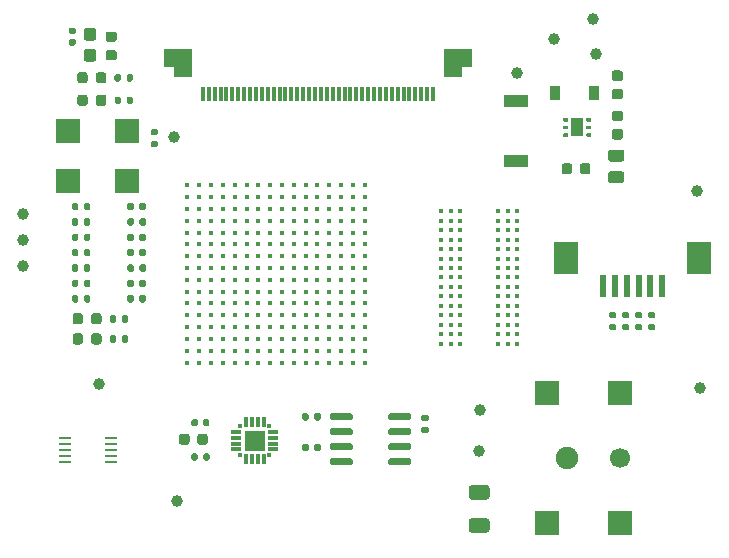
<source format=gbr>
%TF.GenerationSoftware,KiCad,Pcbnew,5.1.8-db9833491~88~ubuntu20.04.1*%
%TF.CreationDate,2021-01-09T17:29:30-05:00*%
%TF.ProjectId,julia_v2.1.0.0,6a756c69-615f-4763-922e-312e302e302e,rev?*%
%TF.SameCoordinates,Original*%
%TF.FileFunction,Soldermask,Top*%
%TF.FilePolarity,Negative*%
%FSLAX46Y46*%
G04 Gerber Fmt 4.6, Leading zero omitted, Abs format (unit mm)*
G04 Created by KiCad (PCBNEW 5.1.8-db9833491~88~ubuntu20.04.1) date 2021-01-09 17:29:30*
%MOMM*%
%LPD*%
G01*
G04 APERTURE LIST*
%ADD10C,0.400000*%
%ADD11C,0.406400*%
%ADD12R,2.000000X2.000000*%
%ADD13R,1.000000X1.600000*%
%ADD14R,1.800000X1.800000*%
%ADD15R,0.300000X0.900000*%
%ADD16R,0.300000X0.300000*%
%ADD17R,0.900000X0.300000*%
%ADD18C,1.000000*%
%ADD19R,2.000000X1.000000*%
%ADD20R,2.100000X2.800000*%
%ADD21R,0.600000X1.900000*%
%ADD22R,2.400000X1.600000*%
%ADD23R,1.600000X2.400000*%
%ADD24R,0.300000X1.200000*%
%ADD25R,1.000000X0.250000*%
%ADD26C,1.900000*%
%ADD27C,1.700000*%
%ADD28R,0.900000X1.200000*%
G04 APERTURE END LIST*
D10*
%TO.C,U1*%
X108600000Y-109400000D03*
X108600000Y-110400000D03*
X108600000Y-111400000D03*
X108600000Y-112400000D03*
X108600000Y-113400000D03*
X108600000Y-114400000D03*
X108600000Y-115400000D03*
X108600000Y-116400000D03*
X108600000Y-117400000D03*
X104600000Y-114400000D03*
X104600000Y-113400000D03*
X104600000Y-112400000D03*
X104600000Y-111400000D03*
X103600000Y-111400000D03*
X103600000Y-112400000D03*
X103600000Y-113400000D03*
X103600000Y-114400000D03*
X107600000Y-117400000D03*
X107600000Y-116400000D03*
X107600000Y-115400000D03*
X107600000Y-114400000D03*
X107600000Y-113400000D03*
X107600000Y-112400000D03*
X107600000Y-111400000D03*
X107600000Y-110400000D03*
X107600000Y-109400000D03*
X106600000Y-109400000D03*
X106600000Y-110400000D03*
X106600000Y-111400000D03*
X106600000Y-112400000D03*
X106600000Y-113400000D03*
X106600000Y-114400000D03*
X106600000Y-115400000D03*
X106600000Y-116400000D03*
X106600000Y-117400000D03*
X102600000Y-114400000D03*
X102600000Y-113400000D03*
X102600000Y-112400000D03*
X102600000Y-111400000D03*
X101600000Y-111400000D03*
X101600000Y-112400000D03*
X101600000Y-113400000D03*
X101600000Y-114400000D03*
X105600000Y-117400000D03*
X105600000Y-116400000D03*
X105600000Y-115400000D03*
X105600000Y-114400000D03*
X105600000Y-113400000D03*
X105600000Y-112400000D03*
X105600000Y-111400000D03*
X105600000Y-110400000D03*
X105600000Y-109400000D03*
X104600000Y-110400000D03*
X103600000Y-110400000D03*
X102600000Y-110400000D03*
X104600000Y-109400000D03*
X103600000Y-109400000D03*
X102600000Y-109400000D03*
X101600000Y-109400000D03*
X104600000Y-117400000D03*
X104600000Y-116400000D03*
X101600000Y-108400000D03*
X102600000Y-108400000D03*
X103600000Y-108400000D03*
X104600000Y-108400000D03*
X101600000Y-110400000D03*
X104600000Y-107400000D03*
X103600000Y-107400000D03*
X102600000Y-107400000D03*
X101600000Y-107400000D03*
X104600000Y-115400000D03*
X104600000Y-106400000D03*
X103600000Y-106400000D03*
X102600000Y-106400000D03*
X101600000Y-106400000D03*
X100600000Y-114400000D03*
X103600000Y-117400000D03*
X102600000Y-117400000D03*
X101600000Y-117400000D03*
X100600000Y-117400000D03*
X99600000Y-117400000D03*
X103600000Y-116400000D03*
X102600000Y-116400000D03*
X101600000Y-116400000D03*
X100600000Y-116400000D03*
X99600000Y-116400000D03*
X99600000Y-115400000D03*
X100600000Y-115400000D03*
X101600000Y-115400000D03*
X102600000Y-115400000D03*
X103600000Y-115400000D03*
X99600000Y-114400000D03*
X98600000Y-114400000D03*
X97600000Y-114400000D03*
X100600000Y-113400000D03*
X98600000Y-117400000D03*
X97600000Y-117400000D03*
X98600000Y-116400000D03*
X97600000Y-116400000D03*
X98600000Y-115400000D03*
X97600000Y-115400000D03*
X99600000Y-113400000D03*
X98600000Y-113400000D03*
X97600000Y-113400000D03*
X100600000Y-112400000D03*
X99600000Y-112400000D03*
X98600000Y-112400000D03*
X97600000Y-112400000D03*
X100600000Y-111400000D03*
X99600000Y-111400000D03*
X98600000Y-111400000D03*
X97600000Y-111400000D03*
X100600000Y-110400000D03*
X99600000Y-110400000D03*
X98600000Y-110400000D03*
X97600000Y-110400000D03*
X100600000Y-109400000D03*
X99600000Y-109400000D03*
X98600000Y-109400000D03*
X97600000Y-109400000D03*
X100600000Y-108400000D03*
X99600000Y-108400000D03*
X98600000Y-108400000D03*
X97600000Y-108400000D03*
X100600000Y-107400000D03*
X99600000Y-107400000D03*
X98600000Y-107400000D03*
X97600000Y-107400000D03*
X97600000Y-106400000D03*
X98600000Y-106400000D03*
X99600000Y-106400000D03*
X100600000Y-106400000D03*
X96600000Y-117400000D03*
X95600000Y-117400000D03*
X94600000Y-117400000D03*
X93600000Y-117400000D03*
X93600000Y-116400000D03*
X93600000Y-115400000D03*
X93600000Y-114400000D03*
X94600000Y-116400000D03*
X94600000Y-115400000D03*
X94600000Y-114400000D03*
X95600000Y-114400000D03*
X95600000Y-115400000D03*
X95600000Y-116400000D03*
X96600000Y-116400000D03*
X96600000Y-115400000D03*
X96600000Y-114400000D03*
X96600000Y-113400000D03*
X95600000Y-113400000D03*
X94600000Y-113400000D03*
X93600000Y-113400000D03*
X93600000Y-112400000D03*
X94600000Y-112400000D03*
X95600000Y-112400000D03*
X96600000Y-112400000D03*
X96600000Y-111400000D03*
X95600000Y-111400000D03*
X94600000Y-111400000D03*
X93600000Y-111400000D03*
X94600000Y-110400000D03*
X95600000Y-110400000D03*
X96600000Y-110400000D03*
X96600000Y-109400000D03*
X95600000Y-109400000D03*
X94600000Y-109400000D03*
X94600000Y-108400000D03*
X95600000Y-108400000D03*
X96600000Y-108400000D03*
X96600000Y-107400000D03*
X95600000Y-107400000D03*
X94600000Y-107400000D03*
X108600000Y-106400000D03*
X108600000Y-107400000D03*
X108600000Y-108400000D03*
X107600000Y-108400000D03*
X107600000Y-107400000D03*
X107600000Y-106400000D03*
X106600000Y-106400000D03*
X106600000Y-107400000D03*
X106600000Y-108400000D03*
X105600000Y-108400000D03*
X105600000Y-107400000D03*
X105600000Y-106400000D03*
X108600000Y-104400000D03*
X108600000Y-105400000D03*
X107600000Y-105400000D03*
X107600000Y-104400000D03*
X105600000Y-105400000D03*
X106600000Y-105400000D03*
X106600000Y-104400000D03*
X105600000Y-104400000D03*
X104600000Y-104400000D03*
X104600000Y-105400000D03*
X103600000Y-105400000D03*
X103600000Y-104400000D03*
X102600000Y-105400000D03*
X102600000Y-104400000D03*
X96600000Y-106400000D03*
X95600000Y-106400000D03*
X94600000Y-106400000D03*
X101600000Y-105400000D03*
X100600000Y-105400000D03*
X99600000Y-105400000D03*
X98600000Y-105400000D03*
X97600000Y-105400000D03*
X96600000Y-105400000D03*
X95600000Y-105400000D03*
X94600000Y-105400000D03*
X101600000Y-104400000D03*
X100600000Y-104400000D03*
X99600000Y-104400000D03*
X98600000Y-104400000D03*
X97600000Y-104400000D03*
X96600000Y-104400000D03*
X95600000Y-104400000D03*
X94600000Y-104400000D03*
X96600000Y-103400000D03*
X95600000Y-103400000D03*
X94600000Y-103400000D03*
X97600000Y-103400000D03*
X98600000Y-103400000D03*
X99600000Y-103400000D03*
X100600000Y-103400000D03*
X101600000Y-103400000D03*
X102600000Y-103400000D03*
X103600000Y-103400000D03*
X104600000Y-103400000D03*
X105600000Y-103400000D03*
X106600000Y-103400000D03*
X107600000Y-103400000D03*
X108600000Y-103400000D03*
X93600000Y-110400000D03*
X93600000Y-109400000D03*
X93600000Y-108400000D03*
X93600000Y-107400000D03*
X93600000Y-106400000D03*
X93600000Y-105400000D03*
X93600000Y-104400000D03*
X93600000Y-103400000D03*
X108600000Y-102400000D03*
X107600000Y-102400000D03*
X106600000Y-102400000D03*
X105600000Y-102400000D03*
X104600000Y-102400000D03*
X103600000Y-102400000D03*
X102600000Y-102400000D03*
X101600000Y-102400000D03*
X100600000Y-102400000D03*
X99600000Y-102400000D03*
X98600000Y-102400000D03*
X97600000Y-102400000D03*
X96600000Y-102400000D03*
X95600000Y-102400000D03*
X94600000Y-102400000D03*
X93600000Y-102400000D03*
%TD*%
D11*
%TO.C,U8*%
X121500000Y-115799999D03*
X120700000Y-115799999D03*
X119900000Y-115799999D03*
X116700000Y-115799999D03*
X115900000Y-115799999D03*
X115100000Y-115799999D03*
X121500000Y-114999999D03*
X120700000Y-114999999D03*
X119900000Y-114999999D03*
X116700000Y-114999999D03*
X115900000Y-114999999D03*
X115100000Y-114999999D03*
X121500000Y-114200000D03*
X120700000Y-114200000D03*
X119900000Y-114200000D03*
X116700000Y-114200000D03*
X115900000Y-114200000D03*
X115100000Y-114200000D03*
X121500000Y-113400000D03*
X120700000Y-113400000D03*
X119900000Y-113400000D03*
X116700000Y-113400000D03*
X115900000Y-113400000D03*
X115100000Y-113400000D03*
X121500000Y-112600000D03*
X120700000Y-112600000D03*
X119900000Y-112600000D03*
X116700000Y-112600000D03*
X115900000Y-112600000D03*
X115100000Y-112600000D03*
X121500000Y-111800000D03*
X120700000Y-111800000D03*
X119900000Y-111800000D03*
X116700000Y-111800000D03*
X115900000Y-111800000D03*
X115100000Y-111800000D03*
X121500000Y-111000000D03*
X120700000Y-111000000D03*
X119900000Y-111000000D03*
X116700000Y-111000000D03*
X115900000Y-111000000D03*
X115100000Y-111000000D03*
X121500000Y-110200000D03*
X120700000Y-110200000D03*
X119900000Y-110200000D03*
X116700000Y-110200000D03*
X115900000Y-110200000D03*
X115100000Y-110200000D03*
X121500000Y-109400000D03*
X120700000Y-109400000D03*
X119900000Y-109400000D03*
X116700000Y-109400000D03*
X115900000Y-109400000D03*
X115100000Y-109400000D03*
X121500000Y-108600000D03*
X120700000Y-108600000D03*
X119900000Y-108600000D03*
X116700000Y-108600000D03*
X115900000Y-108600000D03*
X115100000Y-108600000D03*
X121500000Y-107800000D03*
X120700000Y-107800000D03*
X119900000Y-107800000D03*
X116700000Y-107800000D03*
X115900000Y-107800000D03*
X115100000Y-107800000D03*
X121500000Y-107000000D03*
X120700000Y-107000000D03*
X119900000Y-107000000D03*
X116700000Y-107000000D03*
X115900000Y-107000000D03*
X115100000Y-107000000D03*
X121500000Y-106200000D03*
X120700000Y-106200000D03*
X119900000Y-106200000D03*
X116700000Y-106200000D03*
X115900000Y-106200000D03*
X115100000Y-106200000D03*
X121500000Y-105400001D03*
X120700000Y-105400001D03*
X119900000Y-105400001D03*
X116700000Y-105400001D03*
X115900000Y-105400001D03*
X115100000Y-105400001D03*
X121500000Y-104600001D03*
X120700000Y-104600001D03*
X119900000Y-104600001D03*
X116700000Y-104600001D03*
X115900000Y-104600001D03*
X115100000Y-104600001D03*
%TD*%
D12*
%TO.C,X1*%
X83500000Y-97800000D03*
X88500000Y-97800000D03*
X88500000Y-102000000D03*
X83500000Y-102000000D03*
%TD*%
%TO.C,U7*%
G36*
G01*
X127800000Y-98075000D02*
X127800000Y-98225000D01*
G75*
G02*
X127725000Y-98300000I-75000J0D01*
G01*
X127425000Y-98300000D01*
G75*
G02*
X127350000Y-98225000I0J75000D01*
G01*
X127350000Y-98075000D01*
G75*
G02*
X127425000Y-98000000I75000J0D01*
G01*
X127725000Y-98000000D01*
G75*
G02*
X127800000Y-98075000I0J-75000D01*
G01*
G37*
G36*
G01*
X127800000Y-97425000D02*
X127800000Y-97575000D01*
G75*
G02*
X127725000Y-97650000I-75000J0D01*
G01*
X127425000Y-97650000D01*
G75*
G02*
X127350000Y-97575000I0J75000D01*
G01*
X127350000Y-97425000D01*
G75*
G02*
X127425000Y-97350000I75000J0D01*
G01*
X127725000Y-97350000D01*
G75*
G02*
X127800000Y-97425000I0J-75000D01*
G01*
G37*
G36*
G01*
X127800000Y-96775000D02*
X127800000Y-96925000D01*
G75*
G02*
X127725000Y-97000000I-75000J0D01*
G01*
X127425000Y-97000000D01*
G75*
G02*
X127350000Y-96925000I0J75000D01*
G01*
X127350000Y-96775000D01*
G75*
G02*
X127425000Y-96700000I75000J0D01*
G01*
X127725000Y-96700000D01*
G75*
G02*
X127800000Y-96775000I0J-75000D01*
G01*
G37*
G36*
G01*
X125850000Y-96775000D02*
X125850000Y-96925000D01*
G75*
G02*
X125775000Y-97000000I-75000J0D01*
G01*
X125475000Y-97000000D01*
G75*
G02*
X125400000Y-96925000I0J75000D01*
G01*
X125400000Y-96775000D01*
G75*
G02*
X125475000Y-96700000I75000J0D01*
G01*
X125775000Y-96700000D01*
G75*
G02*
X125850000Y-96775000I0J-75000D01*
G01*
G37*
G36*
G01*
X125850000Y-97425000D02*
X125850000Y-97575000D01*
G75*
G02*
X125775000Y-97650000I-75000J0D01*
G01*
X125475000Y-97650000D01*
G75*
G02*
X125400000Y-97575000I0J75000D01*
G01*
X125400000Y-97425000D01*
G75*
G02*
X125475000Y-97350000I75000J0D01*
G01*
X125775000Y-97350000D01*
G75*
G02*
X125850000Y-97425000I0J-75000D01*
G01*
G37*
G36*
G01*
X125850000Y-98075000D02*
X125850000Y-98225000D01*
G75*
G02*
X125775000Y-98300000I-75000J0D01*
G01*
X125475000Y-98300000D01*
G75*
G02*
X125400000Y-98225000I0J75000D01*
G01*
X125400000Y-98075000D01*
G75*
G02*
X125475000Y-98000000I75000J0D01*
G01*
X125775000Y-98000000D01*
G75*
G02*
X125850000Y-98075000I0J-75000D01*
G01*
G37*
D13*
X126600000Y-97500000D03*
%TD*%
D14*
%TO.C,U6*%
X99290000Y-124010000D03*
D15*
X98540000Y-122460000D03*
X99040000Y-122460000D03*
X99540000Y-122460000D03*
X100040000Y-122460000D03*
D16*
X100540000Y-122760000D03*
D17*
X100840000Y-123260000D03*
X100840000Y-123760000D03*
X100840000Y-124260000D03*
X100840000Y-124760000D03*
D16*
X100540000Y-125260000D03*
D15*
X100040000Y-125560000D03*
X99540000Y-125560000D03*
X99040000Y-125560000D03*
X98540000Y-125560000D03*
D16*
X98040000Y-125260000D03*
D17*
X97740000Y-124760000D03*
X97740000Y-124260000D03*
X97740000Y-123760000D03*
X97740000Y-123260000D03*
D16*
X98040000Y-122760000D03*
%TD*%
%TO.C,U5*%
G36*
G01*
X110600000Y-122145000D02*
X110600000Y-121845000D01*
G75*
G02*
X110750000Y-121695000I150000J0D01*
G01*
X112400000Y-121695000D01*
G75*
G02*
X112550000Y-121845000I0J-150000D01*
G01*
X112550000Y-122145000D01*
G75*
G02*
X112400000Y-122295000I-150000J0D01*
G01*
X110750000Y-122295000D01*
G75*
G02*
X110600000Y-122145000I0J150000D01*
G01*
G37*
G36*
G01*
X110600000Y-123415000D02*
X110600000Y-123115000D01*
G75*
G02*
X110750000Y-122965000I150000J0D01*
G01*
X112400000Y-122965000D01*
G75*
G02*
X112550000Y-123115000I0J-150000D01*
G01*
X112550000Y-123415000D01*
G75*
G02*
X112400000Y-123565000I-150000J0D01*
G01*
X110750000Y-123565000D01*
G75*
G02*
X110600000Y-123415000I0J150000D01*
G01*
G37*
G36*
G01*
X110600000Y-124685000D02*
X110600000Y-124385000D01*
G75*
G02*
X110750000Y-124235000I150000J0D01*
G01*
X112400000Y-124235000D01*
G75*
G02*
X112550000Y-124385000I0J-150000D01*
G01*
X112550000Y-124685000D01*
G75*
G02*
X112400000Y-124835000I-150000J0D01*
G01*
X110750000Y-124835000D01*
G75*
G02*
X110600000Y-124685000I0J150000D01*
G01*
G37*
G36*
G01*
X110600000Y-125955000D02*
X110600000Y-125655000D01*
G75*
G02*
X110750000Y-125505000I150000J0D01*
G01*
X112400000Y-125505000D01*
G75*
G02*
X112550000Y-125655000I0J-150000D01*
G01*
X112550000Y-125955000D01*
G75*
G02*
X112400000Y-126105000I-150000J0D01*
G01*
X110750000Y-126105000D01*
G75*
G02*
X110600000Y-125955000I0J150000D01*
G01*
G37*
G36*
G01*
X105650000Y-125955000D02*
X105650000Y-125655000D01*
G75*
G02*
X105800000Y-125505000I150000J0D01*
G01*
X107450000Y-125505000D01*
G75*
G02*
X107600000Y-125655000I0J-150000D01*
G01*
X107600000Y-125955000D01*
G75*
G02*
X107450000Y-126105000I-150000J0D01*
G01*
X105800000Y-126105000D01*
G75*
G02*
X105650000Y-125955000I0J150000D01*
G01*
G37*
G36*
G01*
X105650000Y-124685000D02*
X105650000Y-124385000D01*
G75*
G02*
X105800000Y-124235000I150000J0D01*
G01*
X107450000Y-124235000D01*
G75*
G02*
X107600000Y-124385000I0J-150000D01*
G01*
X107600000Y-124685000D01*
G75*
G02*
X107450000Y-124835000I-150000J0D01*
G01*
X105800000Y-124835000D01*
G75*
G02*
X105650000Y-124685000I0J150000D01*
G01*
G37*
G36*
G01*
X105650000Y-123415000D02*
X105650000Y-123115000D01*
G75*
G02*
X105800000Y-122965000I150000J0D01*
G01*
X107450000Y-122965000D01*
G75*
G02*
X107600000Y-123115000I0J-150000D01*
G01*
X107600000Y-123415000D01*
G75*
G02*
X107450000Y-123565000I-150000J0D01*
G01*
X105800000Y-123565000D01*
G75*
G02*
X105650000Y-123415000I0J150000D01*
G01*
G37*
G36*
G01*
X105650000Y-122145000D02*
X105650000Y-121845000D01*
G75*
G02*
X105800000Y-121695000I150000J0D01*
G01*
X107450000Y-121695000D01*
G75*
G02*
X107600000Y-121845000I0J-150000D01*
G01*
X107600000Y-122145000D01*
G75*
G02*
X107450000Y-122295000I-150000J0D01*
G01*
X105800000Y-122295000D01*
G75*
G02*
X105650000Y-122145000I0J150000D01*
G01*
G37*
%TD*%
D18*
%TO.C,TP14*%
X124650000Y-90000000D03*
%TD*%
%TO.C,TP13*%
X128200000Y-91300000D03*
%TD*%
%TO.C,TP12*%
X121500000Y-92900000D03*
%TD*%
%TO.C,TP11*%
X86100000Y-119200000D03*
%TD*%
%TO.C,TP10*%
X79700000Y-104800000D03*
%TD*%
%TO.C,TP9*%
X79700000Y-109200000D03*
%TD*%
%TO.C,TP8*%
X92700000Y-129100000D03*
%TD*%
%TO.C,TP7*%
X79700000Y-107000000D03*
%TD*%
%TO.C,TP6*%
X92500000Y-98300000D03*
%TD*%
%TO.C,TP5*%
X118400000Y-121400000D03*
%TD*%
%TO.C,TP4*%
X127900000Y-88300000D03*
%TD*%
%TO.C,TP3*%
X136750000Y-102850000D03*
%TD*%
%TO.C,TP2*%
X137000000Y-119550000D03*
%TD*%
%TO.C,TP1*%
X118300000Y-124900000D03*
%TD*%
%TO.C,R31*%
G36*
G01*
X89530000Y-112185000D02*
X89530000Y-111815000D01*
G75*
G02*
X89665000Y-111680000I135000J0D01*
G01*
X89935000Y-111680000D01*
G75*
G02*
X90070000Y-111815000I0J-135000D01*
G01*
X90070000Y-112185000D01*
G75*
G02*
X89935000Y-112320000I-135000J0D01*
G01*
X89665000Y-112320000D01*
G75*
G02*
X89530000Y-112185000I0J135000D01*
G01*
G37*
G36*
G01*
X88510000Y-112185000D02*
X88510000Y-111815000D01*
G75*
G02*
X88645000Y-111680000I135000J0D01*
G01*
X88915000Y-111680000D01*
G75*
G02*
X89050000Y-111815000I0J-135000D01*
G01*
X89050000Y-112185000D01*
G75*
G02*
X88915000Y-112320000I-135000J0D01*
G01*
X88645000Y-112320000D01*
G75*
G02*
X88510000Y-112185000I0J135000D01*
G01*
G37*
%TD*%
%TO.C,R30*%
G36*
G01*
X89540000Y-106985000D02*
X89540000Y-106615000D01*
G75*
G02*
X89675000Y-106480000I135000J0D01*
G01*
X89945000Y-106480000D01*
G75*
G02*
X90080000Y-106615000I0J-135000D01*
G01*
X90080000Y-106985000D01*
G75*
G02*
X89945000Y-107120000I-135000J0D01*
G01*
X89675000Y-107120000D01*
G75*
G02*
X89540000Y-106985000I0J135000D01*
G01*
G37*
G36*
G01*
X88520000Y-106985000D02*
X88520000Y-106615000D01*
G75*
G02*
X88655000Y-106480000I135000J0D01*
G01*
X88925000Y-106480000D01*
G75*
G02*
X89060000Y-106615000I0J-135000D01*
G01*
X89060000Y-106985000D01*
G75*
G02*
X88925000Y-107120000I-135000J0D01*
G01*
X88655000Y-107120000D01*
G75*
G02*
X88520000Y-106985000I0J135000D01*
G01*
G37*
%TD*%
%TO.C,R29*%
G36*
G01*
X89540000Y-109585000D02*
X89540000Y-109215000D01*
G75*
G02*
X89675000Y-109080000I135000J0D01*
G01*
X89945000Y-109080000D01*
G75*
G02*
X90080000Y-109215000I0J-135000D01*
G01*
X90080000Y-109585000D01*
G75*
G02*
X89945000Y-109720000I-135000J0D01*
G01*
X89675000Y-109720000D01*
G75*
G02*
X89540000Y-109585000I0J135000D01*
G01*
G37*
G36*
G01*
X88520000Y-109585000D02*
X88520000Y-109215000D01*
G75*
G02*
X88655000Y-109080000I135000J0D01*
G01*
X88925000Y-109080000D01*
G75*
G02*
X89060000Y-109215000I0J-135000D01*
G01*
X89060000Y-109585000D01*
G75*
G02*
X88925000Y-109720000I-135000J0D01*
G01*
X88655000Y-109720000D01*
G75*
G02*
X88520000Y-109585000I0J135000D01*
G01*
G37*
%TD*%
%TO.C,R28*%
G36*
G01*
X89540000Y-108285000D02*
X89540000Y-107915000D01*
G75*
G02*
X89675000Y-107780000I135000J0D01*
G01*
X89945000Y-107780000D01*
G75*
G02*
X90080000Y-107915000I0J-135000D01*
G01*
X90080000Y-108285000D01*
G75*
G02*
X89945000Y-108420000I-135000J0D01*
G01*
X89675000Y-108420000D01*
G75*
G02*
X89540000Y-108285000I0J135000D01*
G01*
G37*
G36*
G01*
X88520000Y-108285000D02*
X88520000Y-107915000D01*
G75*
G02*
X88655000Y-107780000I135000J0D01*
G01*
X88925000Y-107780000D01*
G75*
G02*
X89060000Y-107915000I0J-135000D01*
G01*
X89060000Y-108285000D01*
G75*
G02*
X88925000Y-108420000I-135000J0D01*
G01*
X88655000Y-108420000D01*
G75*
G02*
X88520000Y-108285000I0J135000D01*
G01*
G37*
%TD*%
%TO.C,R27*%
G36*
G01*
X89540000Y-105685000D02*
X89540000Y-105315000D01*
G75*
G02*
X89675000Y-105180000I135000J0D01*
G01*
X89945000Y-105180000D01*
G75*
G02*
X90080000Y-105315000I0J-135000D01*
G01*
X90080000Y-105685000D01*
G75*
G02*
X89945000Y-105820000I-135000J0D01*
G01*
X89675000Y-105820000D01*
G75*
G02*
X89540000Y-105685000I0J135000D01*
G01*
G37*
G36*
G01*
X88520000Y-105685000D02*
X88520000Y-105315000D01*
G75*
G02*
X88655000Y-105180000I135000J0D01*
G01*
X88925000Y-105180000D01*
G75*
G02*
X89060000Y-105315000I0J-135000D01*
G01*
X89060000Y-105685000D01*
G75*
G02*
X88925000Y-105820000I-135000J0D01*
G01*
X88655000Y-105820000D01*
G75*
G02*
X88520000Y-105685000I0J135000D01*
G01*
G37*
%TD*%
%TO.C,R26*%
G36*
G01*
X89060000Y-110515000D02*
X89060000Y-110885000D01*
G75*
G02*
X88925000Y-111020000I-135000J0D01*
G01*
X88655000Y-111020000D01*
G75*
G02*
X88520000Y-110885000I0J135000D01*
G01*
X88520000Y-110515000D01*
G75*
G02*
X88655000Y-110380000I135000J0D01*
G01*
X88925000Y-110380000D01*
G75*
G02*
X89060000Y-110515000I0J-135000D01*
G01*
G37*
G36*
G01*
X90080000Y-110515000D02*
X90080000Y-110885000D01*
G75*
G02*
X89945000Y-111020000I-135000J0D01*
G01*
X89675000Y-111020000D01*
G75*
G02*
X89540000Y-110885000I0J135000D01*
G01*
X89540000Y-110515000D01*
G75*
G02*
X89675000Y-110380000I135000J0D01*
G01*
X89945000Y-110380000D01*
G75*
G02*
X90080000Y-110515000I0J-135000D01*
G01*
G37*
%TD*%
%TO.C,R25*%
G36*
G01*
X84360000Y-105315000D02*
X84360000Y-105685000D01*
G75*
G02*
X84225000Y-105820000I-135000J0D01*
G01*
X83955000Y-105820000D01*
G75*
G02*
X83820000Y-105685000I0J135000D01*
G01*
X83820000Y-105315000D01*
G75*
G02*
X83955000Y-105180000I135000J0D01*
G01*
X84225000Y-105180000D01*
G75*
G02*
X84360000Y-105315000I0J-135000D01*
G01*
G37*
G36*
G01*
X85380000Y-105315000D02*
X85380000Y-105685000D01*
G75*
G02*
X85245000Y-105820000I-135000J0D01*
G01*
X84975000Y-105820000D01*
G75*
G02*
X84840000Y-105685000I0J135000D01*
G01*
X84840000Y-105315000D01*
G75*
G02*
X84975000Y-105180000I135000J0D01*
G01*
X85245000Y-105180000D01*
G75*
G02*
X85380000Y-105315000I0J-135000D01*
G01*
G37*
%TD*%
%TO.C,R24*%
G36*
G01*
X84360000Y-106615000D02*
X84360000Y-106985000D01*
G75*
G02*
X84225000Y-107120000I-135000J0D01*
G01*
X83955000Y-107120000D01*
G75*
G02*
X83820000Y-106985000I0J135000D01*
G01*
X83820000Y-106615000D01*
G75*
G02*
X83955000Y-106480000I135000J0D01*
G01*
X84225000Y-106480000D01*
G75*
G02*
X84360000Y-106615000I0J-135000D01*
G01*
G37*
G36*
G01*
X85380000Y-106615000D02*
X85380000Y-106985000D01*
G75*
G02*
X85245000Y-107120000I-135000J0D01*
G01*
X84975000Y-107120000D01*
G75*
G02*
X84840000Y-106985000I0J135000D01*
G01*
X84840000Y-106615000D01*
G75*
G02*
X84975000Y-106480000I135000J0D01*
G01*
X85245000Y-106480000D01*
G75*
G02*
X85380000Y-106615000I0J-135000D01*
G01*
G37*
%TD*%
%TO.C,R23*%
G36*
G01*
X84360000Y-111815000D02*
X84360000Y-112185000D01*
G75*
G02*
X84225000Y-112320000I-135000J0D01*
G01*
X83955000Y-112320000D01*
G75*
G02*
X83820000Y-112185000I0J135000D01*
G01*
X83820000Y-111815000D01*
G75*
G02*
X83955000Y-111680000I135000J0D01*
G01*
X84225000Y-111680000D01*
G75*
G02*
X84360000Y-111815000I0J-135000D01*
G01*
G37*
G36*
G01*
X85380000Y-111815000D02*
X85380000Y-112185000D01*
G75*
G02*
X85245000Y-112320000I-135000J0D01*
G01*
X84975000Y-112320000D01*
G75*
G02*
X84840000Y-112185000I0J135000D01*
G01*
X84840000Y-111815000D01*
G75*
G02*
X84975000Y-111680000I135000J0D01*
G01*
X85245000Y-111680000D01*
G75*
G02*
X85380000Y-111815000I0J-135000D01*
G01*
G37*
%TD*%
%TO.C,R22*%
G36*
G01*
X84850000Y-110885000D02*
X84850000Y-110515000D01*
G75*
G02*
X84985000Y-110380000I135000J0D01*
G01*
X85255000Y-110380000D01*
G75*
G02*
X85390000Y-110515000I0J-135000D01*
G01*
X85390000Y-110885000D01*
G75*
G02*
X85255000Y-111020000I-135000J0D01*
G01*
X84985000Y-111020000D01*
G75*
G02*
X84850000Y-110885000I0J135000D01*
G01*
G37*
G36*
G01*
X83830000Y-110885000D02*
X83830000Y-110515000D01*
G75*
G02*
X83965000Y-110380000I135000J0D01*
G01*
X84235000Y-110380000D01*
G75*
G02*
X84370000Y-110515000I0J-135000D01*
G01*
X84370000Y-110885000D01*
G75*
G02*
X84235000Y-111020000I-135000J0D01*
G01*
X83965000Y-111020000D01*
G75*
G02*
X83830000Y-110885000I0J135000D01*
G01*
G37*
%TD*%
%TO.C,R21*%
G36*
G01*
X84840000Y-104385000D02*
X84840000Y-104015000D01*
G75*
G02*
X84975000Y-103880000I135000J0D01*
G01*
X85245000Y-103880000D01*
G75*
G02*
X85380000Y-104015000I0J-135000D01*
G01*
X85380000Y-104385000D01*
G75*
G02*
X85245000Y-104520000I-135000J0D01*
G01*
X84975000Y-104520000D01*
G75*
G02*
X84840000Y-104385000I0J135000D01*
G01*
G37*
G36*
G01*
X83820000Y-104385000D02*
X83820000Y-104015000D01*
G75*
G02*
X83955000Y-103880000I135000J0D01*
G01*
X84225000Y-103880000D01*
G75*
G02*
X84360000Y-104015000I0J-135000D01*
G01*
X84360000Y-104385000D01*
G75*
G02*
X84225000Y-104520000I-135000J0D01*
G01*
X83955000Y-104520000D01*
G75*
G02*
X83820000Y-104385000I0J135000D01*
G01*
G37*
%TD*%
%TO.C,R20*%
G36*
G01*
X89540000Y-104385000D02*
X89540000Y-104015000D01*
G75*
G02*
X89675000Y-103880000I135000J0D01*
G01*
X89945000Y-103880000D01*
G75*
G02*
X90080000Y-104015000I0J-135000D01*
G01*
X90080000Y-104385000D01*
G75*
G02*
X89945000Y-104520000I-135000J0D01*
G01*
X89675000Y-104520000D01*
G75*
G02*
X89540000Y-104385000I0J135000D01*
G01*
G37*
G36*
G01*
X88520000Y-104385000D02*
X88520000Y-104015000D01*
G75*
G02*
X88655000Y-103880000I135000J0D01*
G01*
X88925000Y-103880000D01*
G75*
G02*
X89060000Y-104015000I0J-135000D01*
G01*
X89060000Y-104385000D01*
G75*
G02*
X88925000Y-104520000I-135000J0D01*
G01*
X88655000Y-104520000D01*
G75*
G02*
X88520000Y-104385000I0J135000D01*
G01*
G37*
%TD*%
%TO.C,R18*%
G36*
G01*
X84840000Y-108285000D02*
X84840000Y-107915000D01*
G75*
G02*
X84975000Y-107780000I135000J0D01*
G01*
X85245000Y-107780000D01*
G75*
G02*
X85380000Y-107915000I0J-135000D01*
G01*
X85380000Y-108285000D01*
G75*
G02*
X85245000Y-108420000I-135000J0D01*
G01*
X84975000Y-108420000D01*
G75*
G02*
X84840000Y-108285000I0J135000D01*
G01*
G37*
G36*
G01*
X83820000Y-108285000D02*
X83820000Y-107915000D01*
G75*
G02*
X83955000Y-107780000I135000J0D01*
G01*
X84225000Y-107780000D01*
G75*
G02*
X84360000Y-107915000I0J-135000D01*
G01*
X84360000Y-108285000D01*
G75*
G02*
X84225000Y-108420000I-135000J0D01*
G01*
X83955000Y-108420000D01*
G75*
G02*
X83820000Y-108285000I0J135000D01*
G01*
G37*
%TD*%
%TO.C,R16*%
G36*
G01*
X84360000Y-109215000D02*
X84360000Y-109585000D01*
G75*
G02*
X84225000Y-109720000I-135000J0D01*
G01*
X83955000Y-109720000D01*
G75*
G02*
X83820000Y-109585000I0J135000D01*
G01*
X83820000Y-109215000D01*
G75*
G02*
X83955000Y-109080000I135000J0D01*
G01*
X84225000Y-109080000D01*
G75*
G02*
X84360000Y-109215000I0J-135000D01*
G01*
G37*
G36*
G01*
X85380000Y-109215000D02*
X85380000Y-109585000D01*
G75*
G02*
X85245000Y-109720000I-135000J0D01*
G01*
X84975000Y-109720000D01*
G75*
G02*
X84840000Y-109585000I0J135000D01*
G01*
X84840000Y-109215000D01*
G75*
G02*
X84975000Y-109080000I135000J0D01*
G01*
X85245000Y-109080000D01*
G75*
G02*
X85380000Y-109215000I0J-135000D01*
G01*
G37*
%TD*%
%TO.C,R15*%
G36*
G01*
X90985000Y-98160000D02*
X90615000Y-98160000D01*
G75*
G02*
X90480000Y-98025000I0J135000D01*
G01*
X90480000Y-97755000D01*
G75*
G02*
X90615000Y-97620000I135000J0D01*
G01*
X90985000Y-97620000D01*
G75*
G02*
X91120000Y-97755000I0J-135000D01*
G01*
X91120000Y-98025000D01*
G75*
G02*
X90985000Y-98160000I-135000J0D01*
G01*
G37*
G36*
G01*
X90985000Y-99180000D02*
X90615000Y-99180000D01*
G75*
G02*
X90480000Y-99045000I0J135000D01*
G01*
X90480000Y-98775000D01*
G75*
G02*
X90615000Y-98640000I135000J0D01*
G01*
X90985000Y-98640000D01*
G75*
G02*
X91120000Y-98775000I0J-135000D01*
G01*
X91120000Y-99045000D01*
G75*
G02*
X90985000Y-99180000I-135000J0D01*
G01*
G37*
%TD*%
%TO.C,R14*%
G36*
G01*
X131985000Y-113660000D02*
X131615000Y-113660000D01*
G75*
G02*
X131480000Y-113525000I0J135000D01*
G01*
X131480000Y-113255000D01*
G75*
G02*
X131615000Y-113120000I135000J0D01*
G01*
X131985000Y-113120000D01*
G75*
G02*
X132120000Y-113255000I0J-135000D01*
G01*
X132120000Y-113525000D01*
G75*
G02*
X131985000Y-113660000I-135000J0D01*
G01*
G37*
G36*
G01*
X131985000Y-114680000D02*
X131615000Y-114680000D01*
G75*
G02*
X131480000Y-114545000I0J135000D01*
G01*
X131480000Y-114275000D01*
G75*
G02*
X131615000Y-114140000I135000J0D01*
G01*
X131985000Y-114140000D01*
G75*
G02*
X132120000Y-114275000I0J-135000D01*
G01*
X132120000Y-114545000D01*
G75*
G02*
X131985000Y-114680000I-135000J0D01*
G01*
G37*
%TD*%
%TO.C,R13*%
G36*
G01*
X132715000Y-114140000D02*
X133085000Y-114140000D01*
G75*
G02*
X133220000Y-114275000I0J-135000D01*
G01*
X133220000Y-114545000D01*
G75*
G02*
X133085000Y-114680000I-135000J0D01*
G01*
X132715000Y-114680000D01*
G75*
G02*
X132580000Y-114545000I0J135000D01*
G01*
X132580000Y-114275000D01*
G75*
G02*
X132715000Y-114140000I135000J0D01*
G01*
G37*
G36*
G01*
X132715000Y-113120000D02*
X133085000Y-113120000D01*
G75*
G02*
X133220000Y-113255000I0J-135000D01*
G01*
X133220000Y-113525000D01*
G75*
G02*
X133085000Y-113660000I-135000J0D01*
G01*
X132715000Y-113660000D01*
G75*
G02*
X132580000Y-113525000I0J135000D01*
G01*
X132580000Y-113255000D01*
G75*
G02*
X132715000Y-113120000I135000J0D01*
G01*
G37*
%TD*%
%TO.C,R12*%
G36*
G01*
X130885000Y-113660000D02*
X130515000Y-113660000D01*
G75*
G02*
X130380000Y-113525000I0J135000D01*
G01*
X130380000Y-113255000D01*
G75*
G02*
X130515000Y-113120000I135000J0D01*
G01*
X130885000Y-113120000D01*
G75*
G02*
X131020000Y-113255000I0J-135000D01*
G01*
X131020000Y-113525000D01*
G75*
G02*
X130885000Y-113660000I-135000J0D01*
G01*
G37*
G36*
G01*
X130885000Y-114680000D02*
X130515000Y-114680000D01*
G75*
G02*
X130380000Y-114545000I0J135000D01*
G01*
X130380000Y-114275000D01*
G75*
G02*
X130515000Y-114140000I135000J0D01*
G01*
X130885000Y-114140000D01*
G75*
G02*
X131020000Y-114275000I0J-135000D01*
G01*
X131020000Y-114545000D01*
G75*
G02*
X130885000Y-114680000I-135000J0D01*
G01*
G37*
%TD*%
%TO.C,R11*%
G36*
G01*
X129785000Y-113660000D02*
X129415000Y-113660000D01*
G75*
G02*
X129280000Y-113525000I0J135000D01*
G01*
X129280000Y-113255000D01*
G75*
G02*
X129415000Y-113120000I135000J0D01*
G01*
X129785000Y-113120000D01*
G75*
G02*
X129920000Y-113255000I0J-135000D01*
G01*
X129920000Y-113525000D01*
G75*
G02*
X129785000Y-113660000I-135000J0D01*
G01*
G37*
G36*
G01*
X129785000Y-114680000D02*
X129415000Y-114680000D01*
G75*
G02*
X129280000Y-114545000I0J135000D01*
G01*
X129280000Y-114275000D01*
G75*
G02*
X129415000Y-114140000I135000J0D01*
G01*
X129785000Y-114140000D01*
G75*
G02*
X129920000Y-114275000I0J-135000D01*
G01*
X129920000Y-114545000D01*
G75*
G02*
X129785000Y-114680000I-135000J0D01*
G01*
G37*
%TD*%
%TO.C,R10*%
G36*
G01*
X129449999Y-101200000D02*
X130350001Y-101200000D01*
G75*
G02*
X130600000Y-101449999I0J-249999D01*
G01*
X130600000Y-101975001D01*
G75*
G02*
X130350001Y-102225000I-249999J0D01*
G01*
X129449999Y-102225000D01*
G75*
G02*
X129200000Y-101975001I0J249999D01*
G01*
X129200000Y-101449999D01*
G75*
G02*
X129449999Y-101200000I249999J0D01*
G01*
G37*
G36*
G01*
X129449999Y-99375000D02*
X130350001Y-99375000D01*
G75*
G02*
X130600000Y-99624999I0J-249999D01*
G01*
X130600000Y-100150001D01*
G75*
G02*
X130350001Y-100400000I-249999J0D01*
G01*
X129449999Y-100400000D01*
G75*
G02*
X129200000Y-100150001I0J249999D01*
G01*
X129200000Y-99624999D01*
G75*
G02*
X129449999Y-99375000I249999J0D01*
G01*
G37*
%TD*%
%TO.C,R8*%
G36*
G01*
X113515000Y-122840000D02*
X113885000Y-122840000D01*
G75*
G02*
X114020000Y-122975000I0J-135000D01*
G01*
X114020000Y-123245000D01*
G75*
G02*
X113885000Y-123380000I-135000J0D01*
G01*
X113515000Y-123380000D01*
G75*
G02*
X113380000Y-123245000I0J135000D01*
G01*
X113380000Y-122975000D01*
G75*
G02*
X113515000Y-122840000I135000J0D01*
G01*
G37*
G36*
G01*
X113515000Y-121820000D02*
X113885000Y-121820000D01*
G75*
G02*
X114020000Y-121955000I0J-135000D01*
G01*
X114020000Y-122225000D01*
G75*
G02*
X113885000Y-122360000I-135000J0D01*
G01*
X113515000Y-122360000D01*
G75*
G02*
X113380000Y-122225000I0J135000D01*
G01*
X113380000Y-121955000D01*
G75*
G02*
X113515000Y-121820000I135000J0D01*
G01*
G37*
%TD*%
%TO.C,R7*%
G36*
G01*
X104340000Y-124785000D02*
X104340000Y-124415000D01*
G75*
G02*
X104475000Y-124280000I135000J0D01*
G01*
X104745000Y-124280000D01*
G75*
G02*
X104880000Y-124415000I0J-135000D01*
G01*
X104880000Y-124785000D01*
G75*
G02*
X104745000Y-124920000I-135000J0D01*
G01*
X104475000Y-124920000D01*
G75*
G02*
X104340000Y-124785000I0J135000D01*
G01*
G37*
G36*
G01*
X103320000Y-124785000D02*
X103320000Y-124415000D01*
G75*
G02*
X103455000Y-124280000I135000J0D01*
G01*
X103725000Y-124280000D01*
G75*
G02*
X103860000Y-124415000I0J-135000D01*
G01*
X103860000Y-124785000D01*
G75*
G02*
X103725000Y-124920000I-135000J0D01*
G01*
X103455000Y-124920000D01*
G75*
G02*
X103320000Y-124785000I0J135000D01*
G01*
G37*
%TD*%
%TO.C,R6*%
G36*
G01*
X104340000Y-122185000D02*
X104340000Y-121815000D01*
G75*
G02*
X104475000Y-121680000I135000J0D01*
G01*
X104745000Y-121680000D01*
G75*
G02*
X104880000Y-121815000I0J-135000D01*
G01*
X104880000Y-122185000D01*
G75*
G02*
X104745000Y-122320000I-135000J0D01*
G01*
X104475000Y-122320000D01*
G75*
G02*
X104340000Y-122185000I0J135000D01*
G01*
G37*
G36*
G01*
X103320000Y-122185000D02*
X103320000Y-121815000D01*
G75*
G02*
X103455000Y-121680000I135000J0D01*
G01*
X103725000Y-121680000D01*
G75*
G02*
X103860000Y-121815000I0J-135000D01*
G01*
X103860000Y-122185000D01*
G75*
G02*
X103725000Y-122320000I-135000J0D01*
G01*
X103455000Y-122320000D01*
G75*
G02*
X103320000Y-122185000I0J135000D01*
G01*
G37*
%TD*%
%TO.C,R5*%
G36*
G01*
X94940000Y-125585000D02*
X94940000Y-125215000D01*
G75*
G02*
X95075000Y-125080000I135000J0D01*
G01*
X95345000Y-125080000D01*
G75*
G02*
X95480000Y-125215000I0J-135000D01*
G01*
X95480000Y-125585000D01*
G75*
G02*
X95345000Y-125720000I-135000J0D01*
G01*
X95075000Y-125720000D01*
G75*
G02*
X94940000Y-125585000I0J135000D01*
G01*
G37*
G36*
G01*
X93920000Y-125585000D02*
X93920000Y-125215000D01*
G75*
G02*
X94055000Y-125080000I135000J0D01*
G01*
X94325000Y-125080000D01*
G75*
G02*
X94460000Y-125215000I0J-135000D01*
G01*
X94460000Y-125585000D01*
G75*
G02*
X94325000Y-125720000I-135000J0D01*
G01*
X94055000Y-125720000D01*
G75*
G02*
X93920000Y-125585000I0J135000D01*
G01*
G37*
%TD*%
%TO.C,R4*%
G36*
G01*
X88450000Y-95385000D02*
X88450000Y-95015000D01*
G75*
G02*
X88585000Y-94880000I135000J0D01*
G01*
X88855000Y-94880000D01*
G75*
G02*
X88990000Y-95015000I0J-135000D01*
G01*
X88990000Y-95385000D01*
G75*
G02*
X88855000Y-95520000I-135000J0D01*
G01*
X88585000Y-95520000D01*
G75*
G02*
X88450000Y-95385000I0J135000D01*
G01*
G37*
G36*
G01*
X87430000Y-95385000D02*
X87430000Y-95015000D01*
G75*
G02*
X87565000Y-94880000I135000J0D01*
G01*
X87835000Y-94880000D01*
G75*
G02*
X87970000Y-95015000I0J-135000D01*
G01*
X87970000Y-95385000D01*
G75*
G02*
X87835000Y-95520000I-135000J0D01*
G01*
X87565000Y-95520000D01*
G75*
G02*
X87430000Y-95385000I0J135000D01*
G01*
G37*
%TD*%
%TO.C,R3*%
G36*
G01*
X88440000Y-93485000D02*
X88440000Y-93115000D01*
G75*
G02*
X88575000Y-92980000I135000J0D01*
G01*
X88845000Y-92980000D01*
G75*
G02*
X88980000Y-93115000I0J-135000D01*
G01*
X88980000Y-93485000D01*
G75*
G02*
X88845000Y-93620000I-135000J0D01*
G01*
X88575000Y-93620000D01*
G75*
G02*
X88440000Y-93485000I0J135000D01*
G01*
G37*
G36*
G01*
X87420000Y-93485000D02*
X87420000Y-93115000D01*
G75*
G02*
X87555000Y-92980000I135000J0D01*
G01*
X87825000Y-92980000D01*
G75*
G02*
X87960000Y-93115000I0J-135000D01*
G01*
X87960000Y-93485000D01*
G75*
G02*
X87825000Y-93620000I-135000J0D01*
G01*
X87555000Y-93620000D01*
G75*
G02*
X87420000Y-93485000I0J135000D01*
G01*
G37*
%TD*%
%TO.C,R2*%
G36*
G01*
X88040000Y-113885000D02*
X88040000Y-113515000D01*
G75*
G02*
X88175000Y-113380000I135000J0D01*
G01*
X88445000Y-113380000D01*
G75*
G02*
X88580000Y-113515000I0J-135000D01*
G01*
X88580000Y-113885000D01*
G75*
G02*
X88445000Y-114020000I-135000J0D01*
G01*
X88175000Y-114020000D01*
G75*
G02*
X88040000Y-113885000I0J135000D01*
G01*
G37*
G36*
G01*
X87020000Y-113885000D02*
X87020000Y-113515000D01*
G75*
G02*
X87155000Y-113380000I135000J0D01*
G01*
X87425000Y-113380000D01*
G75*
G02*
X87560000Y-113515000I0J-135000D01*
G01*
X87560000Y-113885000D01*
G75*
G02*
X87425000Y-114020000I-135000J0D01*
G01*
X87155000Y-114020000D01*
G75*
G02*
X87020000Y-113885000I0J135000D01*
G01*
G37*
%TD*%
%TO.C,R1*%
G36*
G01*
X88040000Y-115585000D02*
X88040000Y-115215000D01*
G75*
G02*
X88175000Y-115080000I135000J0D01*
G01*
X88445000Y-115080000D01*
G75*
G02*
X88580000Y-115215000I0J-135000D01*
G01*
X88580000Y-115585000D01*
G75*
G02*
X88445000Y-115720000I-135000J0D01*
G01*
X88175000Y-115720000D01*
G75*
G02*
X88040000Y-115585000I0J135000D01*
G01*
G37*
G36*
G01*
X87020000Y-115585000D02*
X87020000Y-115215000D01*
G75*
G02*
X87155000Y-115080000I135000J0D01*
G01*
X87425000Y-115080000D01*
G75*
G02*
X87560000Y-115215000I0J-135000D01*
G01*
X87560000Y-115585000D01*
G75*
G02*
X87425000Y-115720000I-135000J0D01*
G01*
X87155000Y-115720000D01*
G75*
G02*
X87020000Y-115585000I0J135000D01*
G01*
G37*
%TD*%
D19*
%TO.C,L1*%
X121400000Y-100300000D03*
X121400000Y-95300000D03*
%TD*%
D20*
%TO.C,J5*%
X136950000Y-108550000D03*
X125650000Y-108550000D03*
D21*
X133800000Y-110910000D03*
X132800000Y-110910000D03*
X131800000Y-110910000D03*
X130800000Y-110910000D03*
X129800000Y-110910000D03*
X128800000Y-110910000D03*
%TD*%
D22*
%TO.C,J4*%
X92800000Y-91600000D03*
X116500000Y-91600000D03*
D23*
X93200000Y-92000000D03*
X116100000Y-92000000D03*
D24*
X94900000Y-94700000D03*
X95400000Y-94700000D03*
X95900000Y-94700000D03*
X96400000Y-94700000D03*
X96900000Y-94700000D03*
X97400000Y-94700000D03*
X97900000Y-94700000D03*
X98400000Y-94700000D03*
X98900000Y-94700000D03*
X99400000Y-94700000D03*
X99900000Y-94700000D03*
X100400000Y-94700000D03*
X100900000Y-94700000D03*
X101400000Y-94700000D03*
X101900000Y-94700000D03*
X102400000Y-94700000D03*
X102900000Y-94700000D03*
X103400000Y-94700000D03*
X103900000Y-94700000D03*
X104400000Y-94700000D03*
X104900000Y-94700000D03*
X105400000Y-94700000D03*
X105900000Y-94700000D03*
X106400000Y-94700000D03*
X106900000Y-94700000D03*
X107400000Y-94700000D03*
X107900000Y-94700000D03*
X108400000Y-94700000D03*
X108900000Y-94700000D03*
X109400000Y-94700000D03*
X109900000Y-94700000D03*
X110400000Y-94700000D03*
X110900000Y-94700000D03*
X111400000Y-94700000D03*
X111900000Y-94700000D03*
X112400000Y-94700000D03*
X112900000Y-94700000D03*
X113400000Y-94700000D03*
X113900000Y-94700000D03*
X114400000Y-94700000D03*
%TD*%
D25*
%TO.C,J2*%
X87150000Y-123800000D03*
X87150000Y-124300000D03*
X87150000Y-124800000D03*
X87150000Y-125300000D03*
X87150000Y-125800000D03*
X83250000Y-123800000D03*
X83250000Y-124300000D03*
X83250000Y-124800000D03*
X83250000Y-125300000D03*
X83250000Y-125800000D03*
%TD*%
D26*
%TO.C,J1*%
X125700000Y-125500000D03*
D27*
X130200000Y-125500000D03*
D12*
X130200000Y-131000000D03*
X124050000Y-131000000D03*
X130200000Y-120000000D03*
X124050000Y-120000000D03*
%TD*%
%TO.C,FB1*%
G36*
G01*
X86893750Y-90950000D02*
X87406250Y-90950000D01*
G75*
G02*
X87625000Y-91168750I0J-218750D01*
G01*
X87625000Y-91606250D01*
G75*
G02*
X87406250Y-91825000I-218750J0D01*
G01*
X86893750Y-91825000D01*
G75*
G02*
X86675000Y-91606250I0J218750D01*
G01*
X86675000Y-91168750D01*
G75*
G02*
X86893750Y-90950000I218750J0D01*
G01*
G37*
G36*
G01*
X86893750Y-89375000D02*
X87406250Y-89375000D01*
G75*
G02*
X87625000Y-89593750I0J-218750D01*
G01*
X87625000Y-90031250D01*
G75*
G02*
X87406250Y-90250000I-218750J0D01*
G01*
X86893750Y-90250000D01*
G75*
G02*
X86675000Y-90031250I0J218750D01*
G01*
X86675000Y-89593750D01*
G75*
G02*
X86893750Y-89375000I218750J0D01*
G01*
G37*
%TD*%
%TO.C,F1*%
G36*
G01*
X118925000Y-129025000D02*
X117675000Y-129025000D01*
G75*
G02*
X117425000Y-128775000I0J250000D01*
G01*
X117425000Y-128025000D01*
G75*
G02*
X117675000Y-127775000I250000J0D01*
G01*
X118925000Y-127775000D01*
G75*
G02*
X119175000Y-128025000I0J-250000D01*
G01*
X119175000Y-128775000D01*
G75*
G02*
X118925000Y-129025000I-250000J0D01*
G01*
G37*
G36*
G01*
X118925000Y-131825000D02*
X117675000Y-131825000D01*
G75*
G02*
X117425000Y-131575000I0J250000D01*
G01*
X117425000Y-130825000D01*
G75*
G02*
X117675000Y-130575000I250000J0D01*
G01*
X118925000Y-130575000D01*
G75*
G02*
X119175000Y-130825000I0J-250000D01*
G01*
X119175000Y-131575000D01*
G75*
G02*
X118925000Y-131825000I-250000J0D01*
G01*
G37*
%TD*%
D28*
%TO.C,D5*%
X124750000Y-94600000D03*
X128050000Y-94600000D03*
%TD*%
%TO.C,D4*%
G36*
G01*
X85150000Y-94943750D02*
X85150000Y-95456250D01*
G75*
G02*
X84931250Y-95675000I-218750J0D01*
G01*
X84493750Y-95675000D01*
G75*
G02*
X84275000Y-95456250I0J218750D01*
G01*
X84275000Y-94943750D01*
G75*
G02*
X84493750Y-94725000I218750J0D01*
G01*
X84931250Y-94725000D01*
G75*
G02*
X85150000Y-94943750I0J-218750D01*
G01*
G37*
G36*
G01*
X86725000Y-94943750D02*
X86725000Y-95456250D01*
G75*
G02*
X86506250Y-95675000I-218750J0D01*
G01*
X86068750Y-95675000D01*
G75*
G02*
X85850000Y-95456250I0J218750D01*
G01*
X85850000Y-94943750D01*
G75*
G02*
X86068750Y-94725000I218750J0D01*
G01*
X86506250Y-94725000D01*
G75*
G02*
X86725000Y-94943750I0J-218750D01*
G01*
G37*
%TD*%
%TO.C,D3*%
G36*
G01*
X85150000Y-93043750D02*
X85150000Y-93556250D01*
G75*
G02*
X84931250Y-93775000I-218750J0D01*
G01*
X84493750Y-93775000D01*
G75*
G02*
X84275000Y-93556250I0J218750D01*
G01*
X84275000Y-93043750D01*
G75*
G02*
X84493750Y-92825000I218750J0D01*
G01*
X84931250Y-92825000D01*
G75*
G02*
X85150000Y-93043750I0J-218750D01*
G01*
G37*
G36*
G01*
X86725000Y-93043750D02*
X86725000Y-93556250D01*
G75*
G02*
X86506250Y-93775000I-218750J0D01*
G01*
X86068750Y-93775000D01*
G75*
G02*
X85850000Y-93556250I0J218750D01*
G01*
X85850000Y-93043750D01*
G75*
G02*
X86068750Y-92825000I218750J0D01*
G01*
X86506250Y-92825000D01*
G75*
G02*
X86725000Y-93043750I0J-218750D01*
G01*
G37*
%TD*%
%TO.C,D2*%
G36*
G01*
X84750000Y-113443750D02*
X84750000Y-113956250D01*
G75*
G02*
X84531250Y-114175000I-218750J0D01*
G01*
X84093750Y-114175000D01*
G75*
G02*
X83875000Y-113956250I0J218750D01*
G01*
X83875000Y-113443750D01*
G75*
G02*
X84093750Y-113225000I218750J0D01*
G01*
X84531250Y-113225000D01*
G75*
G02*
X84750000Y-113443750I0J-218750D01*
G01*
G37*
G36*
G01*
X86325000Y-113443750D02*
X86325000Y-113956250D01*
G75*
G02*
X86106250Y-114175000I-218750J0D01*
G01*
X85668750Y-114175000D01*
G75*
G02*
X85450000Y-113956250I0J218750D01*
G01*
X85450000Y-113443750D01*
G75*
G02*
X85668750Y-113225000I218750J0D01*
G01*
X86106250Y-113225000D01*
G75*
G02*
X86325000Y-113443750I0J-218750D01*
G01*
G37*
%TD*%
%TO.C,D1*%
G36*
G01*
X84750000Y-115143750D02*
X84750000Y-115656250D01*
G75*
G02*
X84531250Y-115875000I-218750J0D01*
G01*
X84093750Y-115875000D01*
G75*
G02*
X83875000Y-115656250I0J218750D01*
G01*
X83875000Y-115143750D01*
G75*
G02*
X84093750Y-114925000I218750J0D01*
G01*
X84531250Y-114925000D01*
G75*
G02*
X84750000Y-115143750I0J-218750D01*
G01*
G37*
G36*
G01*
X86325000Y-115143750D02*
X86325000Y-115656250D01*
G75*
G02*
X86106250Y-115875000I-218750J0D01*
G01*
X85668750Y-115875000D01*
G75*
G02*
X85450000Y-115656250I0J218750D01*
G01*
X85450000Y-115143750D01*
G75*
G02*
X85668750Y-114925000I218750J0D01*
G01*
X86106250Y-114925000D01*
G75*
G02*
X86325000Y-115143750I0J-218750D01*
G01*
G37*
%TD*%
%TO.C,C47*%
G36*
G01*
X84020000Y-89600000D02*
X83680000Y-89600000D01*
G75*
G02*
X83540000Y-89460000I0J140000D01*
G01*
X83540000Y-89180000D01*
G75*
G02*
X83680000Y-89040000I140000J0D01*
G01*
X84020000Y-89040000D01*
G75*
G02*
X84160000Y-89180000I0J-140000D01*
G01*
X84160000Y-89460000D01*
G75*
G02*
X84020000Y-89600000I-140000J0D01*
G01*
G37*
G36*
G01*
X84020000Y-90560000D02*
X83680000Y-90560000D01*
G75*
G02*
X83540000Y-90420000I0J140000D01*
G01*
X83540000Y-90140000D01*
G75*
G02*
X83680000Y-90000000I140000J0D01*
G01*
X84020000Y-90000000D01*
G75*
G02*
X84160000Y-90140000I0J-140000D01*
G01*
X84160000Y-90420000D01*
G75*
G02*
X84020000Y-90560000I-140000J0D01*
G01*
G37*
%TD*%
%TO.C,C46*%
G36*
G01*
X85625001Y-90175000D02*
X85074999Y-90175000D01*
G75*
G02*
X84825000Y-89925001I0J249999D01*
G01*
X84825000Y-89299999D01*
G75*
G02*
X85074999Y-89050000I249999J0D01*
G01*
X85625001Y-89050000D01*
G75*
G02*
X85875000Y-89299999I0J-249999D01*
G01*
X85875000Y-89925001D01*
G75*
G02*
X85625001Y-90175000I-249999J0D01*
G01*
G37*
G36*
G01*
X85625001Y-91950000D02*
X85074999Y-91950000D01*
G75*
G02*
X84825000Y-91700001I0J249999D01*
G01*
X84825000Y-91074999D01*
G75*
G02*
X85074999Y-90825000I249999J0D01*
G01*
X85625001Y-90825000D01*
G75*
G02*
X85875000Y-91074999I0J-249999D01*
G01*
X85875000Y-91700001D01*
G75*
G02*
X85625001Y-91950000I-249999J0D01*
G01*
G37*
%TD*%
%TO.C,C45*%
G36*
G01*
X130250000Y-93575000D02*
X129750000Y-93575000D01*
G75*
G02*
X129525000Y-93350000I0J225000D01*
G01*
X129525000Y-92900000D01*
G75*
G02*
X129750000Y-92675000I225000J0D01*
G01*
X130250000Y-92675000D01*
G75*
G02*
X130475000Y-92900000I0J-225000D01*
G01*
X130475000Y-93350000D01*
G75*
G02*
X130250000Y-93575000I-225000J0D01*
G01*
G37*
G36*
G01*
X130250000Y-95125000D02*
X129750000Y-95125000D01*
G75*
G02*
X129525000Y-94900000I0J225000D01*
G01*
X129525000Y-94450000D01*
G75*
G02*
X129750000Y-94225000I225000J0D01*
G01*
X130250000Y-94225000D01*
G75*
G02*
X130475000Y-94450000I0J-225000D01*
G01*
X130475000Y-94900000D01*
G75*
G02*
X130250000Y-95125000I-225000J0D01*
G01*
G37*
%TD*%
%TO.C,C44*%
G36*
G01*
X130250000Y-96975000D02*
X129750000Y-96975000D01*
G75*
G02*
X129525000Y-96750000I0J225000D01*
G01*
X129525000Y-96300000D01*
G75*
G02*
X129750000Y-96075000I225000J0D01*
G01*
X130250000Y-96075000D01*
G75*
G02*
X130475000Y-96300000I0J-225000D01*
G01*
X130475000Y-96750000D01*
G75*
G02*
X130250000Y-96975000I-225000J0D01*
G01*
G37*
G36*
G01*
X130250000Y-98525000D02*
X129750000Y-98525000D01*
G75*
G02*
X129525000Y-98300000I0J225000D01*
G01*
X129525000Y-97850000D01*
G75*
G02*
X129750000Y-97625000I225000J0D01*
G01*
X130250000Y-97625000D01*
G75*
G02*
X130475000Y-97850000I0J-225000D01*
G01*
X130475000Y-98300000D01*
G75*
G02*
X130250000Y-98525000I-225000J0D01*
G01*
G37*
%TD*%
%TO.C,C43*%
G36*
G01*
X126825000Y-101250000D02*
X126825000Y-100750000D01*
G75*
G02*
X127050000Y-100525000I225000J0D01*
G01*
X127500000Y-100525000D01*
G75*
G02*
X127725000Y-100750000I0J-225000D01*
G01*
X127725000Y-101250000D01*
G75*
G02*
X127500000Y-101475000I-225000J0D01*
G01*
X127050000Y-101475000D01*
G75*
G02*
X126825000Y-101250000I0J225000D01*
G01*
G37*
G36*
G01*
X125275000Y-101250000D02*
X125275000Y-100750000D01*
G75*
G02*
X125500000Y-100525000I225000J0D01*
G01*
X125950000Y-100525000D01*
G75*
G02*
X126175000Y-100750000I0J-225000D01*
G01*
X126175000Y-101250000D01*
G75*
G02*
X125950000Y-101475000I-225000J0D01*
G01*
X125500000Y-101475000D01*
G75*
G02*
X125275000Y-101250000I0J225000D01*
G01*
G37*
%TD*%
%TO.C,C42*%
G36*
G01*
X94500000Y-122330000D02*
X94500000Y-122670000D01*
G75*
G02*
X94360000Y-122810000I-140000J0D01*
G01*
X94080000Y-122810000D01*
G75*
G02*
X93940000Y-122670000I0J140000D01*
G01*
X93940000Y-122330000D01*
G75*
G02*
X94080000Y-122190000I140000J0D01*
G01*
X94360000Y-122190000D01*
G75*
G02*
X94500000Y-122330000I0J-140000D01*
G01*
G37*
G36*
G01*
X95460000Y-122330000D02*
X95460000Y-122670000D01*
G75*
G02*
X95320000Y-122810000I-140000J0D01*
G01*
X95040000Y-122810000D01*
G75*
G02*
X94900000Y-122670000I0J140000D01*
G01*
X94900000Y-122330000D01*
G75*
G02*
X95040000Y-122190000I140000J0D01*
G01*
X95320000Y-122190000D01*
G75*
G02*
X95460000Y-122330000I0J-140000D01*
G01*
G37*
%TD*%
%TO.C,C41*%
G36*
G01*
X93775000Y-123650000D02*
X93775000Y-124150000D01*
G75*
G02*
X93550000Y-124375000I-225000J0D01*
G01*
X93100000Y-124375000D01*
G75*
G02*
X92875000Y-124150000I0J225000D01*
G01*
X92875000Y-123650000D01*
G75*
G02*
X93100000Y-123425000I225000J0D01*
G01*
X93550000Y-123425000D01*
G75*
G02*
X93775000Y-123650000I0J-225000D01*
G01*
G37*
G36*
G01*
X95325000Y-123650000D02*
X95325000Y-124150000D01*
G75*
G02*
X95100000Y-124375000I-225000J0D01*
G01*
X94650000Y-124375000D01*
G75*
G02*
X94425000Y-124150000I0J225000D01*
G01*
X94425000Y-123650000D01*
G75*
G02*
X94650000Y-123425000I225000J0D01*
G01*
X95100000Y-123425000D01*
G75*
G02*
X95325000Y-123650000I0J-225000D01*
G01*
G37*
%TD*%
M02*

</source>
